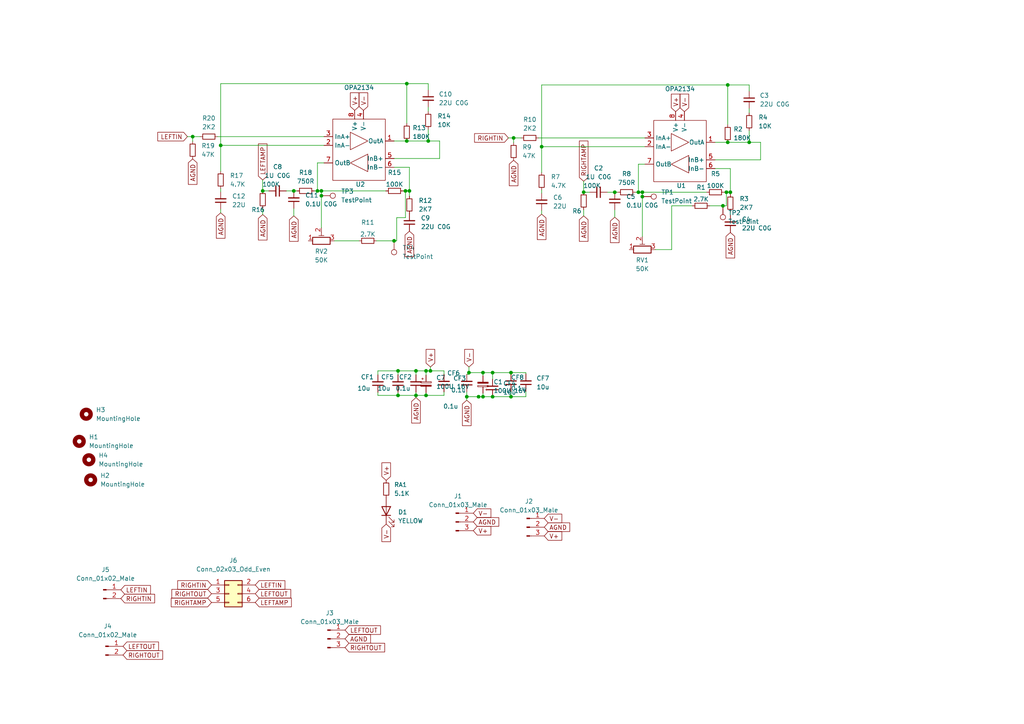
<source format=kicad_sch>
(kicad_sch (version 20230121) (generator eeschema)
  (paper "A4")
  (lib_symbols
    (symbol "Amplifier_Audio:OPA2134"
      (property "Reference" "U" (at 0 -2.54 0))
      (property "Value" "OPA2134" (at 0 0 0))
      (symbol "OPA2134_0_1"
        (rectangle (start -7.62 16.51) (end 7.62 -1.27))
        (polyline (pts (xy -2.54 12.7) (xy -2.54 7.62) (xy 2.54 10.16) (xy -2.54 12.7)))
        (polyline (pts (xy 2.54 6.35) (xy 2.54 1.27) (xy -2.54 3.81) (xy 2.54 6.35)))
      )
      (symbol "OPA2134_1_1"
        (pin output line (at 10.16 10.16 180) (length 2.54) (name "OutA") (number "1"))
        (pin input line (at -10.16 8.89 0) (length 2.54) (name "InA-") (number "2"))
        (pin input line (at -10.16 11.43 0) (length 2.54) (name "InA+") (number "3"))
        (pin input line (at 1.27 19.05 270) (length 2.54) (name "V-") (number "4"))
        (pin input line (at 10.16 5.08 180) (length 2.54) (name "InB+") (number "5"))
        (pin input line (at 10.16 2.54 180) (length 2.54) (name "InB-") (number "6"))
        (pin output line (at -10.16 3.81 0) (length 2.54) (name "OutB") (number "7"))
        (pin input line (at -1.27 19.05 270) (length 2.54) (name "V+") (number "8"))
      )
    )
    (symbol "Connector:Conn_01x02_Male" (pin_names (offset 1.016) hide)
      (property "Reference" "J" (at 0 2.54 0))
      (property "Value" "Conn_01x02_Male" (at 0 -5.08 0))
      (symbol "Conn_01x02_Male_1_1"
        (polyline (pts (xy 1.27 -2.54) (xy 0.8636 -2.54)) (stroke (width 0.1524)))
        (polyline (pts (xy 1.27 0) (xy 0.8636 0)) (stroke (width 0.1524)))
        (rectangle (start 0.8636 -2.413) (end 0 -2.667) (stroke (width 0.1524)) (fill (type outline)))
        (rectangle (start 0.8636 0.127) (end 0 -0.127) (stroke (width 0.1524)) (fill (type outline)))
        (pin passive line (at 5.08 0 180) (length 3.81) (name "Pin_1") (number "1"))
        (pin passive line (at 5.08 -2.54 180) (length 3.81) (name "Pin_2") (number "2"))
      )
    )
    (symbol "Connector:Conn_01x03_Male" (pin_names (offset 1.016) hide)
      (property "Reference" "J" (at 0 5.08 0))
      (property "Value" "Conn_01x03_Male" (at 0 -5.08 0))
      (symbol "Conn_01x03_Male_1_1"
        (polyline (pts (xy 1.27 -2.54) (xy 0.8636 -2.54)) (stroke (width 0.1524)))
        (polyline (pts (xy 1.27 0) (xy 0.8636 0)) (stroke (width 0.1524)))
        (polyline (pts (xy 1.27 2.54) (xy 0.8636 2.54)) (stroke (width 0.1524)))
        (rectangle (start 0.8636 -2.413) (end 0 -2.667) (stroke (width 0.1524)) (fill (type outline)))
        (rectangle (start 0.8636 0.127) (end 0 -0.127) (stroke (width 0.1524)) (fill (type outline)))
        (rectangle (start 0.8636 2.667) (end 0 2.413) (stroke (width 0.1524)) (fill (type outline)))
        (pin passive line (at 5.08 2.54 180) (length 3.81) (name "Pin_1") (number "1"))
        (pin passive line (at 5.08 0 180) (length 3.81) (name "Pin_2") (number "2"))
        (pin passive line (at 5.08 -2.54 180) (length 3.81) (name "Pin_3") (number "3"))
      )
    )
    (symbol "Connector:TestPoint" (pin_numbers hide) (pin_names (offset 0.762) hide)
      (property "Reference" "TP" (at 0 6.858 0))
      (property "Value" "TestPoint" (at 0 5.08 0))
      (symbol "TestPoint_0_1"
        (circle (center 0 3.302) (radius 0.762))
      )
      (symbol "TestPoint_1_1"
        (pin passive line (at 0 0 90) (length 2.54) (name "1") (number "1"))
      )
    )
    (symbol "Connector_Generic:Conn_02x03_Odd_Even" (pin_names (offset 1.016) hide)
      (property "Reference" "J" (at 1.27 5.08 0))
      (property "Value" "Conn_02x03_Odd_Even" (at 1.27 -5.08 0))
      (symbol "Conn_02x03_Odd_Even_1_1"
        (rectangle (start -1.27 -2.413) (end 0 -2.667) (stroke (width 0.1524)))
        (rectangle (start -1.27 0.127) (end 0 -0.127) (stroke (width 0.1524)))
        (rectangle (start -1.27 2.667) (end 0 2.413) (stroke (width 0.1524)))
        (rectangle (start -1.27 3.81) (end 3.81 -3.81) (stroke (width 0.254)) (fill (type background)))
        (rectangle (start 3.81 -2.413) (end 2.54 -2.667) (stroke (width 0.1524)))
        (rectangle (start 3.81 0.127) (end 2.54 -0.127) (stroke (width 0.1524)))
        (rectangle (start 3.81 2.667) (end 2.54 2.413) (stroke (width 0.1524)))
        (pin passive line (at -5.08 2.54 0) (length 3.81) (name "Pin_1") (number "1"))
        (pin passive line (at 7.62 2.54 180) (length 3.81) (name "Pin_2") (number "2"))
        (pin passive line (at -5.08 0 0) (length 3.81) (name "Pin_3") (number "3"))
        (pin passive line (at 7.62 0 180) (length 3.81) (name "Pin_4") (number "4"))
        (pin passive line (at -5.08 -2.54 0) (length 3.81) (name "Pin_5") (number "5"))
        (pin passive line (at 7.62 -2.54 180) (length 3.81) (name "Pin_6") (number "6"))
      )
    )
    (symbol "Device:C_Polarized_Small" (pin_numbers hide) (pin_names (offset 0.254) hide)
      (property "Reference" "C" (at 0.254 1.778 0))
      (property "Value" "C_Polarized_Small" (at 0.254 -2.032 0))
      (symbol "C_Polarized_Small_0_1"
        (rectangle (start -1.524 -0.3048) (end 1.524 -0.6858) (fill (type outline)))
        (rectangle (start -1.524 0.6858) (end 1.524 0.3048))
        (polyline (pts (xy -1.27 1.524) (xy -0.762 1.524)))
        (polyline (pts (xy -1.016 1.27) (xy -1.016 1.778)))
      )
      (symbol "C_Polarized_Small_1_1"
        (pin passive line (at 0 2.54 270) (length 1.8542) (name "~") (number "1"))
        (pin passive line (at 0 -2.54 90) (length 1.8542) (name "~") (number "2"))
      )
    )
    (symbol "Device:C_Small" (pin_numbers hide) (pin_names (offset 0.254) hide)
      (property "Reference" "C" (at 0.254 1.778 0))
      (property "Value" "C_Small" (at 0.254 -2.032 0))
      (symbol "C_Small_0_1"
        (polyline (pts (xy -1.524 -0.508) (xy 1.524 -0.508)) (stroke (width 0.3302)))
        (polyline (pts (xy -1.524 0.508) (xy 1.524 0.508)) (stroke (width 0.3048)))
      )
      (symbol "C_Small_1_1"
        (pin passive line (at 0 2.54 270) (length 2.032) (name "~") (number "1"))
        (pin passive line (at 0 -2.54 90) (length 2.032) (name "~") (number "2"))
      )
    )
    (symbol "Device:LED" (pin_numbers hide) (pin_names (offset 1.016) hide)
      (property "Reference" "D" (at 0 2.54 0))
      (property "Value" "LED" (at 0 -2.54 0))
      (symbol "LED_0_1"
        (polyline (pts (xy -1.27 -1.27) (xy -1.27 1.27)) (stroke (width 0.254)))
        (polyline (pts (xy -1.27 0) (xy 1.27 0)))
        (polyline (pts (xy 1.27 -1.27) (xy 1.27 1.27) (xy -1.27 0) (xy 1.27 -1.27)) (stroke (width 0.254)))
        (polyline (pts (xy -3.048 -0.762) (xy -4.572 -2.286) (xy -3.81 -2.286) (xy -4.572 -2.286) (xy -4.572 -1.524)))
        (polyline (pts (xy -1.778 -0.762) (xy -3.302 -2.286) (xy -2.54 -2.286) (xy -3.302 -2.286) (xy -3.302 -1.524)))
      )
      (symbol "LED_1_1"
        (pin passive line (at -3.81 0 0) (length 2.54) (name "K") (number "1"))
        (pin passive line (at 3.81 0 180) (length 2.54) (name "A") (number "2"))
      )
    )
    (symbol "Device:R_Potentiometer_Trim" (pin_names (offset 1.016) hide)
      (property "Reference" "RV" (at -4.445 0 90))
      (property "Value" "R_Potentiometer_Trim" (at -2.54 0 90))
      (symbol "R_Potentiometer_Trim_0_1"
        (polyline (pts (xy 1.524 0.762) (xy 1.524 -0.762)))
        (polyline (pts (xy 2.54 0) (xy 1.524 0)))
        (rectangle (start 1.016 2.54) (end -1.016 -2.54) (stroke (width 0.254)))
      )
      (symbol "R_Potentiometer_Trim_1_1"
        (pin passive line (at 0 3.81 270) (length 1.27) (name "1") (number "1"))
        (pin passive line (at 3.81 0 180) (length 1.27) (name "2") (number "2"))
        (pin passive line (at 0 -3.81 90) (length 1.27) (name "3") (number "3"))
      )
    )
    (symbol "Device:R_Small" (pin_numbers hide) (pin_names (offset 0.254) hide)
      (property "Reference" "R" (at 0.762 0.508 0))
      (property "Value" "R_Small" (at 0.762 -1.016 0))
      (symbol "R_Small_0_1"
        (rectangle (start -0.762 1.778) (end 0.762 -1.778) (stroke (width 0.2032)))
      )
      (symbol "R_Small_1_1"
        (pin passive line (at 0 2.54 270) (length 0.762) (name "~") (number "1"))
        (pin passive line (at 0 -2.54 90) (length 0.762) (name "~") (number "2"))
      )
    )
    (symbol "Mechanical:MountingHole" (pin_names (offset 1.016))
      (property "Reference" "H" (at 0 5.08 0))
      (property "Value" "MountingHole" (at 0 3.175 0))
      (symbol "MountingHole_0_1"
        (circle (center 0 0) (radius 1.27) (stroke (width 1.27)))
      )
    )
  )
  (junction (at 92.075 55.372))
  (junction (at 178.308 55.753))
  (junction (at 117.602 55.372))
  (junction (at 186.309 57.023))
  (junction (at 115.443 107.569))
  (junction (at 185.166 55.753))
  (junction (at 211.074 24.638))
  (junction (at 123.571 114.681))
  (junction (at 123.571 107.569))
  (junction (at 148.209 108.077))
  (junction (at 157.099 42.545))
  (junction (at 124.206 40.894))
  (junction (at 142.875 115.062))
  (junction (at 118.745 55.372))
  (junction (at 93.218 55.372))
  (junction (at 186.309 55.753))
  (junction (at 210.693 55.753))
  (junction (at 211.074 41.275))
  (junction (at 135.382 115.062))
  (junction (at 136.017 108.077))
  (junction (at 64.008 42.164))
  (junction (at 117.983 24.257))
  (junction (at 76.2 55.372))
  (junction (at 209.677 59.69))
  (junction (at 140.081 115.062))
  (junction (at 211.836 55.753))
  (junction (at 93.218 56.769))
  (junction (at 124.841 107.569))
  (junction (at 120.65 107.569))
  (junction (at 55.88 39.624))
  (junction (at 148.971 40.005))
  (junction (at 115.443 114.681))
  (junction (at 117.983 40.894))
  (junction (at 114.3 69.85))
  (junction (at 142.875 108.077))
  (junction (at 120.65 114.681))
  (junction (at 169.291 55.753))
  (junction (at 85.217 55.372))
  (junction (at 140.081 108.077))
  (junction (at 217.297 41.275))
  (junction (at 138.811 115.062))
  (junction (at 148.209 115.062))
  (wire (pts (xy 124.206 32.385) (xy 124.206 31.115)))
  (wire (pts (xy 117.602 55.372) (xy 118.745 55.372)))
  (wire (pts (xy 118.745 48.514) (xy 118.745 55.372)))
  (wire (pts (xy 92.075 47.244) (xy 93.98 47.244)))
  (wire (pts (xy 157.099 56.007) (xy 157.099 55.118)))
  (wire (pts (xy 178.308 62.992) (xy 178.308 60.833)))
  (wire (pts (xy 117.983 24.257) (xy 117.983 35.814)))
  (wire (pts (xy 118.745 55.372) (xy 118.745 56.896)))
  (wire (pts (xy 152.527 108.077) (xy 148.209 108.077)))
  (wire (pts (xy 185.166 55.753) (xy 185.166 47.625)))
  (wire (pts (xy 186.309 55.753) (xy 185.166 55.753)))
  (wire (pts (xy 115.062 69.85) (xy 114.3 69.85)))
  (wire (pts (xy 115.443 114.681) (xy 120.65 114.681)))
  (wire (pts (xy 136.017 108.077) (xy 140.081 108.077)))
  (wire (pts (xy 76.2 62.23) (xy 76.2 60.452)))
  (wire (pts (xy 93.218 55.372) (xy 111.887 55.372)))
  (wire (pts (xy 211.074 24.638) (xy 211.074 36.195)))
  (wire (pts (xy 114.3 45.974) (xy 127.508 45.974)))
  (wire (pts (xy 123.571 108.839) (xy 123.571 107.569)))
  (wire (pts (xy 123.571 113.919) (xy 123.571 114.681)))
  (wire (pts (xy 115.443 108.712) (xy 115.443 107.569)))
  (wire (pts (xy 185.166 47.625) (xy 187.071 47.625)))
  (wire (pts (xy 184.277 55.753) (xy 185.166 55.753)))
  (wire (pts (xy 123.571 114.681) (xy 128.778 114.681)))
  (wire (pts (xy 128.778 108.585) (xy 128.778 107.569)))
  (wire (pts (xy 140.081 114.046) (xy 140.081 115.062)))
  (wire (pts (xy 148.971 41.402) (xy 148.971 40.005)))
  (wire (pts (xy 186.309 57.023) (xy 186.309 55.753)))
  (wire (pts (xy 217.297 24.638) (xy 211.074 24.638)))
  (wire (pts (xy 169.291 62.611) (xy 169.291 60.833)))
  (wire (pts (xy 93.218 55.372) (xy 92.075 55.372)))
  (wire (pts (xy 114.3 48.514) (xy 118.745 48.514)))
  (wire (pts (xy 148.971 40.005) (xy 151.13 40.005)))
  (wire (pts (xy 127.508 40.894) (xy 127.508 45.974)))
  (wire (pts (xy 211.836 62.357) (xy 211.836 61.468)))
  (wire (pts (xy 152.527 115.062) (xy 148.209 115.062)))
  (wire (pts (xy 157.099 24.638) (xy 211.074 24.638)))
  (wire (pts (xy 117.602 55.372) (xy 117.602 63.119)))
  (wire (pts (xy 148.209 108.077) (xy 142.875 108.077)))
  (wire (pts (xy 109.601 107.569) (xy 115.443 107.569)))
  (wire (pts (xy 140.081 115.062) (xy 142.875 115.062)))
  (wire (pts (xy 83.058 55.372) (xy 85.217 55.372)))
  (wire (pts (xy 64.008 61.722) (xy 64.008 60.706)))
  (wire (pts (xy 124.841 107.569) (xy 123.571 107.569)))
  (wire (pts (xy 120.65 107.569) (xy 120.65 108.712)))
  (wire (pts (xy 109.601 114.681) (xy 115.443 114.681)))
  (wire (pts (xy 64.008 24.257) (xy 117.983 24.257)))
  (wire (pts (xy 207.391 46.355) (xy 220.599 46.355)))
  (wire (pts (xy 217.297 41.275) (xy 220.599 41.275)))
  (wire (pts (xy 63.119 39.624) (xy 93.98 39.624)))
  (wire (pts (xy 64.008 42.164) (xy 93.98 42.164)))
  (wire (pts (xy 157.099 42.545) (xy 187.071 42.545)))
  (wire (pts (xy 136.017 106.426) (xy 136.017 108.077)))
  (wire (pts (xy 138.684 114.935) (xy 138.811 115.062)))
  (wire (pts (xy 76.2 52.197) (xy 76.2 55.372)))
  (wire (pts (xy 91.186 55.372) (xy 92.075 55.372)))
  (wire (pts (xy 124.206 24.257) (xy 117.983 24.257)))
  (wire (pts (xy 124.206 37.465) (xy 124.206 40.894)))
  (wire (pts (xy 211.836 55.753) (xy 211.836 56.388)))
  (wire (pts (xy 178.308 55.753) (xy 179.197 55.753)))
  (wire (pts (xy 109.601 113.792) (xy 109.601 114.681)))
  (wire (pts (xy 109.601 108.712) (xy 109.601 107.569)))
  (wire (pts (xy 157.099 42.545) (xy 157.099 50.038)))
  (wire (pts (xy 117.983 40.894) (xy 124.206 40.894)))
  (wire (pts (xy 211.074 41.275) (xy 217.297 41.275)))
  (wire (pts (xy 136.017 108.585) (xy 135.382 108.585)))
  (wire (pts (xy 128.778 107.569) (xy 124.841 107.569)))
  (wire (pts (xy 85.217 62.611) (xy 85.217 60.452)))
  (wire (pts (xy 124.206 26.035) (xy 124.206 24.257)))
  (wire (pts (xy 156.21 40.005) (xy 187.071 40.005)))
  (wire (pts (xy 140.081 108.966) (xy 140.081 108.077)))
  (wire (pts (xy 115.062 63.119) (xy 115.062 69.85)))
  (wire (pts (xy 194.818 59.69) (xy 194.818 72.39)))
  (wire (pts (xy 93.218 56.769) (xy 93.218 66.04)))
  (wire (pts (xy 186.309 57.023) (xy 186.309 68.58)))
  (wire (pts (xy 124.206 40.894) (xy 127.508 40.894)))
  (wire (pts (xy 92.075 55.372) (xy 92.075 47.244)))
  (wire (pts (xy 157.099 62.103) (xy 157.099 61.087)))
  (wire (pts (xy 114.3 69.85) (xy 109.22 69.85)))
  (wire (pts (xy 135.382 113.665) (xy 135.382 115.062)))
  (wire (pts (xy 140.081 108.077) (xy 142.875 108.077)))
  (wire (pts (xy 148.209 108.458) (xy 148.209 108.077)))
  (wire (pts (xy 186.309 55.753) (xy 204.978 55.753)))
  (wire (pts (xy 104.14 69.85) (xy 97.028 69.85)))
  (wire (pts (xy 210.693 55.753) (xy 211.836 55.753)))
  (wire (pts (xy 64.008 42.164) (xy 64.008 49.657)))
  (wire (pts (xy 120.65 114.681) (xy 123.571 114.681)))
  (wire (pts (xy 194.818 72.39) (xy 190.119 72.39)))
  (wire (pts (xy 147.447 40.005) (xy 148.971 40.005)))
  (wire (pts (xy 220.599 41.275) (xy 220.599 46.355)))
  (wire (pts (xy 55.88 41.021) (xy 55.88 39.624)))
  (wire (pts (xy 210.693 55.753) (xy 210.693 59.69)))
  (wire (pts (xy 169.291 55.753) (xy 171.069 55.753)))
  (wire (pts (xy 217.297 26.416) (xy 217.297 24.638)))
  (wire (pts (xy 55.88 39.624) (xy 58.039 39.624)))
  (wire (pts (xy 117.602 63.119) (xy 115.062 63.119)))
  (wire (pts (xy 115.443 113.792) (xy 115.443 114.681)))
  (wire (pts (xy 114.3 40.894) (xy 117.983 40.894)))
  (wire (pts (xy 124.841 106.426) (xy 124.841 107.569)))
  (wire (pts (xy 217.297 37.846) (xy 217.297 41.275)))
  (wire (pts (xy 54.356 39.624) (xy 55.88 39.624)))
  (wire (pts (xy 152.527 108.458) (xy 152.527 108.077)))
  (wire (pts (xy 205.867 59.69) (xy 209.677 59.69)))
  (wire (pts (xy 116.967 55.372) (xy 117.602 55.372)))
  (wire (pts (xy 120.65 114.681) (xy 120.65 115.316)))
  (wire (pts (xy 64.008 42.164) (xy 64.008 24.257)))
  (wire (pts (xy 148.209 113.538) (xy 148.209 115.062)))
  (wire (pts (xy 169.291 52.578) (xy 169.291 55.753)))
  (wire (pts (xy 93.218 56.769) (xy 93.218 55.372)))
  (wire (pts (xy 152.527 113.538) (xy 152.527 115.062)))
  (wire (pts (xy 64.008 55.626) (xy 64.008 54.737)))
  (wire (pts (xy 210.693 59.69) (xy 209.677 59.69)))
  (wire (pts (xy 136.017 108.077) (xy 136.017 108.585)))
  (wire (pts (xy 210.058 55.753) (xy 210.693 55.753)))
  (wire (pts (xy 157.099 42.545) (xy 157.099 24.638)))
  (wire (pts (xy 128.778 113.665) (xy 128.778 114.681)))
  (wire (pts (xy 207.391 48.895) (xy 211.836 48.895)))
  (wire (pts (xy 142.875 109.982) (xy 142.875 108.077)))
  (wire (pts (xy 138.811 115.062) (xy 140.081 115.062)))
  (wire (pts (xy 148.209 115.062) (xy 142.875 115.062)))
  (wire (pts (xy 123.571 107.569) (xy 120.65 107.569)))
  (wire (pts (xy 217.297 32.766) (xy 217.297 31.496)))
  (wire (pts (xy 194.818 59.69) (xy 200.787 59.69)))
  (wire (pts (xy 176.149 55.753) (xy 178.308 55.753)))
  (wire (pts (xy 120.65 113.792) (xy 120.65 114.681)))
  (wire (pts (xy 135.382 115.062) (xy 138.811 115.062)))
  (wire (pts (xy 211.836 48.895) (xy 211.836 55.753)))
  (wire (pts (xy 76.2 55.372) (xy 77.978 55.372)))
  (wire (pts (xy 115.443 107.569) (xy 120.65 107.569)))
  (wire (pts (xy 135.382 115.062) (xy 135.382 116.078)))
  (wire (pts (xy 85.217 55.372) (xy 86.106 55.372)))
  (wire (pts (xy 207.391 41.275) (xy 211.074 41.275)))
  (global_label "AGND" (shape input) (at 118.745 67.056 270) (property "Intersheetrefs" "${INTERSHEET_REFS}" (effects hide)))
  (global_label "LEFTIN" (shape input) (at 74.041 169.672 0) (property "Intersheetrefs" "${INTERSHEET_REFS}" (effects hide)))
  (global_label "RIGHTOUT" (shape input) (at 35.687 189.992 0) (property "Intersheetrefs" "${INTERSHEET_REFS}" (effects hide)))
  (global_label "LEFTIN" (shape input) (at 54.356 39.624 180) (property "Intersheetrefs" "${INTERSHEET_REFS}" (effects hide)))
  (global_label "RIGHTAMP" (shape input) (at 61.341 174.752 180) (property "Intersheetrefs" "${INTERSHEET_REFS}" (effects hide)))
  (global_label "LEFTOUT" (shape input) (at 74.041 172.212 0) (property "Intersheetrefs" "${INTERSHEET_REFS}" (effects hide)))
  (global_label "AGND" (shape input) (at 55.88 46.101 270) (property "Intersheetrefs" "${INTERSHEET_REFS}" (effects hide)))
  (global_label "LEFTAMP" (shape input) (at 74.041 174.752 0) (property "Intersheetrefs" "${INTERSHEET_REFS}" (effects hide)))
  (global_label "AGND" (shape input) (at 157.861 152.908 0) (property "Intersheetrefs" "${INTERSHEET_REFS}" (effects hide)))
  (global_label "V-" (shape input) (at 105.41 32.004 90) (property "Intersheetrefs" "${INTERSHEET_REFS}" (effects hide)))
  (global_label "AGND" (shape input) (at 169.291 62.611 270) (property "Intersheetrefs" "${INTERSHEET_REFS}" (effects hide)))
  (global_label "AGND" (shape input) (at 178.308 62.992 270) (property "Intersheetrefs" "${INTERSHEET_REFS}" (effects hide)))
  (global_label "AGND" (shape input) (at 76.2 62.23 270) (property "Intersheetrefs" "${INTERSHEET_REFS}" (effects hide)))
  (global_label "AGND" (shape input) (at 85.217 62.611 270) (property "Intersheetrefs" "${INTERSHEET_REFS}" (effects hide)))
  (global_label "AGND" (shape input) (at 120.65 115.316 270) (property "Intersheetrefs" "${INTERSHEET_REFS}" (effects hide)))
  (global_label "LEFTAMP" (shape input) (at 76.2 52.197 90) (property "Intersheetrefs" "${INTERSHEET_REFS}" (effects hide)))
  (global_label "RIGHTIN" (shape input) (at 61.341 169.672 180) (property "Intersheetrefs" "${INTERSHEET_REFS}" (effects hide)))
  (global_label "V-" (shape input) (at 112.014 152.019 270) (property "Intersheetrefs" "${INTERSHEET_REFS}" (effects hide)))
  (global_label "V-" (shape input) (at 157.861 150.368 0) (property "Intersheetrefs" "${INTERSHEET_REFS}" (effects hide)))
  (global_label "AGND" (shape input) (at 64.008 61.722 270) (property "Intersheetrefs" "${INTERSHEET_REFS}" (effects hide)))
  (global_label "V-" (shape input) (at 136.017 106.426 90) (property "Intersheetrefs" "${INTERSHEET_REFS}" (effects hide)))
  (global_label "V+" (shape input) (at 137.287 153.924 0) (property "Intersheetrefs" "${INTERSHEET_REFS}" (effects hide)))
  (global_label "AGND" (shape input) (at 157.099 62.103 270) (property "Intersheetrefs" "${INTERSHEET_REFS}" (effects hide)))
  (global_label "RIGHTOUT" (shape input) (at 100.076 187.833 0) (property "Intersheetrefs" "${INTERSHEET_REFS}" (effects hide)))
  (global_label "V+" (shape input) (at 157.861 155.448 0) (property "Intersheetrefs" "${INTERSHEET_REFS}" (effects hide)))
  (global_label "LEFTIN" (shape input) (at 35.052 171.069 0) (property "Intersheetrefs" "${INTERSHEET_REFS}" (effects hide)))
  (global_label "RIGHTIN" (shape input) (at 147.447 40.005 180) (property "Intersheetrefs" "${INTERSHEET_REFS}" (effects hide)))
  (global_label "RIGHTIN" (shape input) (at 35.052 173.609 0) (property "Intersheetrefs" "${INTERSHEET_REFS}" (effects hide)))
  (global_label "V-" (shape input) (at 198.501 32.385 90) (property "Intersheetrefs" "${INTERSHEET_REFS}" (effects hide)))
  (global_label "RIGHTOUT" (shape input) (at 61.341 172.212 180) (property "Intersheetrefs" "${INTERSHEET_REFS}" (effects hide)))
  (global_label "V-" (shape input) (at 137.287 148.844 0) (property "Intersheetrefs" "${INTERSHEET_REFS}" (effects hide)))
  (global_label "V+" (shape input) (at 195.961 32.385 90) (property "Intersheetrefs" "${INTERSHEET_REFS}" (effects hide)))
  (global_label "V+" (shape input) (at 112.014 139.319 90) (property "Intersheetrefs" "${INTERSHEET_REFS}" (effects hide)))
  (global_label "AGND" (shape input) (at 135.382 116.078 270) (property "Intersheetrefs" "${INTERSHEET_REFS}" (effects hide)))
  (global_label "LEFTOUT" (shape input) (at 35.687 187.452 0) (property "Intersheetrefs" "${INTERSHEET_REFS}" (effects hide)))
  (global_label "AGND" (shape input) (at 100.076 185.293 0) (property "Intersheetrefs" "${INTERSHEET_REFS}" (effects hide)))
  (global_label "LEFTOUT" (shape input) (at 100.076 182.753 0) (property "Intersheetrefs" "${INTERSHEET_REFS}" (effects hide)))
  (global_label "V+" (shape input) (at 124.841 106.426 90) (property "Intersheetrefs" "${INTERSHEET_REFS}" (effects hide)))
  (global_label "AGND" (shape input) (at 137.287 151.384 0) (property "Intersheetrefs" "${INTERSHEET_REFS}" (effects hide)))
  (global_label "AGND" (shape input) (at 148.971 46.482 270) (property "Intersheetrefs" "${INTERSHEET_REFS}" (effects hide)))
  (global_label "V+" (shape input) (at 102.87 32.004 90) (property "Intersheetrefs" "${INTERSHEET_REFS}" (effects hide)))
  (global_label "RIGHTAMP" (shape input) (at 169.291 52.578 90) (property "Intersheetrefs" "${INTERSHEET_REFS}" (effects hide)))
  (global_label "AGND" (shape input) (at 211.836 67.437 270) (property "Intersheetrefs" "${INTERSHEET_REFS}" (effects hide)))
  (symbol (lib_id "Device:R_Small") (at 203.327 59.69 90) (unit 1)
    (property "Reference" "R1" (at 203.327 54.356 90))
    (property "Value" "2.7K" (at 203.327 57.785 90))
    (property "Footprint" "Resistor_SMD:R_0805_2012Metric_Pad1.20x1.40mm_HandSolder" (effects hide))
  )
  (symbol (lib_id "Device:R_Small") (at 211.836 58.928 180) (unit 1)
    (property "Reference" "R3" (at 214.503 57.6579 0) (effects (justify right)))
    (property "Value" "2K7" (at 214.503 60.1979 0) (effects (justify right)))
    (property "Footprint" "Resistor_SMD:R_0805_2012Metric_Pad1.20x1.40mm_HandSolder" (effects hide))
  )
  (symbol (lib_id "Connector:Conn_01x03_Male") (at 132.207 151.384 0) (unit 1)
    (property "Reference" "J1" (at 132.842 143.891 0))
    (property "Value" "Conn_01x03_Male" (at 132.842 146.431 0))
    (property "Footprint" "Connector_JST:JST_PH_B3B-PH-K_1x03_P2.00mm_Vertical" (effects hide))
  )
  (symbol (lib_id "Device:C_Polarized_Small") (at 123.571 111.379 0) (unit 1)
    (property "Reference" "C7" (at 126.492 109.5628 0) (effects (justify left)))
    (property "Value" "100U 16V" (at 126.492 112.1028 0) (effects (justify left)))
    (property "Footprint" "Capacitor_THT:CP_Radial_D6.3mm_P2.50mm" (effects hide))
  )
  (symbol (lib_id "Device:R_Small") (at 148.971 43.942 180) (unit 1)
    (property "Reference" "R9" (at 151.511 42.6719 0) (effects (justify right)))
    (property "Value" "47K" (at 151.511 45.2119 0) (effects (justify right)))
    (property "Footprint" "Resistor_SMD:R_0805_2012Metric_Pad1.20x1.40mm_HandSolder" (effects hide))
  )
  (symbol (lib_id "Mechanical:MountingHole") (at 22.987 128.016 0) (unit 1)
    (property "Reference" "H1" (at 25.781 126.7459 0) (effects (justify left)))
    (property "Value" "MountingHole" (at 25.781 129.2859 0) (effects (justify left)))
    (property "Footprint" "MountingHole:MountingHole_3.2mm_M3" (effects hide))
  )
  (symbol (lib_id "Device:R_Small") (at 60.579 39.624 90) (unit 1)
    (property "Reference" "R20" (at 60.579 34.29 90))
    (property "Value" "2K2" (at 60.579 36.83 90))
    (property "Footprint" "Resistor_SMD:R_0805_2012Metric_Pad1.20x1.40mm_HandSolder" (effects hide))
  )
  (symbol (lib_id "Device:C_Polarized_Small") (at 140.081 111.506 180) (unit 1)
    (property "Reference" "C1" (at 143.129 110.782 0) (effects (justify right)))
    (property "Value" "100U 16V" (at 143.129 113.322 0) (effects (justify right)))
    (property "Footprint" "Capacitor_THT:CP_Radial_D6.3mm_P2.50mm" (effects hide))
  )
  (symbol (lib_id "Connector:TestPoint") (at 93.218 56.769 270) (unit 1)
    (property "Reference" "TP3" (at 98.933 55.4989 90) (effects (justify left)))
    (property "Value" "TestPoint" (at 98.933 58.0389 90) (effects (justify left)))
    (property "Footprint" "TestPoint:TestPoint_THTPad_1.5x1.5mm_Drill0.7mm" (effects hide))
  )
  (symbol (lib_id "Device:R_Small") (at 55.88 43.561 180) (unit 1)
    (property "Reference" "R19" (at 58.42 42.2909 0) (effects (justify right)))
    (property "Value" "47K" (at 58.42 44.8309 0) (effects (justify right)))
    (property "Footprint" "Resistor_SMD:R_0805_2012Metric_Pad1.20x1.40mm_HandSolder" (effects hide))
  )
  (symbol (lib_id "Device:C_Small") (at 217.297 28.956 0) (unit 1)
    (property "Reference" "C3" (at 220.345 27.6922 0) (effects (justify left)))
    (property "Value" "22U C0G" (at 220.345 30.2322 0) (effects (justify left)))
    (property "Footprint" "Capacitor_THT:CP_Radial_D5.0mm_P2.00mm" (effects hide))
  )
  (symbol (lib_id "Device:R_Small") (at 64.008 52.197 180) (unit 1)
    (property "Reference" "R17" (at 66.675 50.9269 0) (effects (justify right)))
    (property "Value" "4.7K" (at 66.675 53.4669 0) (effects (justify right)))
    (property "Footprint" "Resistor_SMD:R_0805_2012Metric_Pad1.20x1.40mm_HandSolder" (effects hide))
  )
  (symbol (lib_id "Device:R_Small") (at 124.206 34.925 180) (unit 1)
    (property "Reference" "R14" (at 126.873 33.6549 0) (effects (justify right)))
    (property "Value" "10K" (at 126.873 36.1949 0) (effects (justify right)))
    (property "Footprint" "Resistor_SMD:R_0805_2012Metric_Pad1.20x1.40mm_HandSolder" (effects hide))
  )
  (symbol (lib_id "Connector:Conn_01x02_Male") (at 29.972 171.069 0) (unit 1)
    (property "Reference" "J5" (at 30.607 165.227 0))
    (property "Value" "Conn_01x02_Male" (at 30.607 167.767 0))
    (property "Footprint" "Connector_JST:JST_PH_B2B-PH-K_1x02_P2.00mm_Vertical" (effects hide))
  )
  (symbol (lib_id "Device:R_Small") (at 211.074 38.735 0) (unit 1)
    (property "Reference" "R2" (at 212.725 37.4649 0) (effects (justify left)))
    (property "Value" "180K" (at 212.725 40.0049 0) (effects (justify left)))
    (property "Footprint" "Resistor_SMD:R_0805_2012Metric_Pad1.20x1.40mm_HandSolder" (effects hide))
  )
  (symbol (lib_id "Device:R_Small") (at 114.427 55.372 90) (unit 1)
    (property "Reference" "R15" (at 114.427 50.038 90))
    (property "Value" "100K" (at 114.427 53.467 90))
    (property "Footprint" "Resistor_SMD:R_0805_2012Metric_Pad1.20x1.40mm_HandSolder" (effects hide))
  )
  (symbol (lib_id "Device:C_Small") (at 80.518 55.372 270) (unit 1)
    (property "Reference" "C8" (at 80.5116 48.387 90))
    (property "Value" "1U C0G" (at 80.5116 50.927 90))
    (property "Footprint" "Capacitor_THT:CP_Radial_D5.0mm_P2.00mm" (effects hide))
  )
  (symbol (lib_id "Device:R_Small") (at 106.68 69.85 90) (unit 1)
    (property "Reference" "R11" (at 106.68 64.516 90))
    (property "Value" "2.7K" (at 106.68 67.945 90))
    (property "Footprint" "Resistor_SMD:R_0805_2012Metric_Pad1.20x1.40mm_HandSolder" (effects hide))
  )
  (symbol (lib_id "Mechanical:MountingHole") (at 26.289 139.192 0) (unit 1)
    (property "Reference" "H2" (at 29.083 137.9219 0) (effects (justify left)))
    (property "Value" "MountingHole" (at 29.083 140.4619 0) (effects (justify left)))
    (property "Footprint" "MountingHole:MountingHole_3.2mm_M3" (effects hide))
  )
  (symbol (lib_id "Device:R_Small") (at 112.014 141.859 180) (unit 1)
    (property "Reference" "RA1" (at 114.3 140.5889 0) (effects (justify right)))
    (property "Value" "5.1K" (at 114.3 143.1289 0) (effects (justify right)))
    (property "Footprint" "Resistor_SMD:R_0603_1608Metric" (effects hide))
  )
  (symbol (lib_id "Device:C_Small") (at 178.308 58.293 180) (unit 1)
    (property "Reference" "C5" (at 181.61 57.0165 0) (effects (justify right)))
    (property "Value" "0.1U C0G" (at 181.61 59.5565 0) (effects (justify right)))
    (property "Footprint" "Capacitor_SMD:C_1206_3216Metric_Pad1.33x1.80mm_HandSolder" (effects hide))
  )
  (symbol (lib_id "Device:R_Small") (at 153.67 40.005 90) (unit 1)
    (property "Reference" "R10" (at 153.67 34.671 90))
    (property "Value" "2K2" (at 153.67 37.211 90))
    (property "Footprint" "Resistor_SMD:R_0805_2012Metric_Pad1.20x1.40mm_HandSolder" (effects hide))
  )
  (symbol (lib_id "Device:LED") (at 112.014 148.209 90) (unit 1)
    (property "Reference" "D1" (at 115.443 148.5264 90) (effects (justify right)))
    (property "Value" "YELLOW" (at 115.443 151.0664 90) (effects (justify right)))
    (property "Footprint" "LED_SMD:LED_0805_2012Metric_Pad1.15x1.40mm_HandSolder" (effects hide))
  )
  (symbol (lib_id "Device:C_Small") (at 173.609 55.753 270) (unit 1)
    (property "Reference" "C2" (at 173.6026 48.768 90))
    (property "Value" "1U C0G" (at 173.6026 51.308 90))
    (property "Footprint" "Capacitor_THT:CP_Radial_D5.0mm_P2.00mm" (effects hide))
  )
  (symbol (lib_id "Device:R_Potentiometer_Trim") (at 93.218 69.85 90) (unit 1)
    (property "Reference" "RV2" (at 93.218 72.898 90))
    (property "Value" "50K" (at 93.218 75.438 90))
    (property "Footprint" "Potentiometer_THT:Potentiometer_Bourns_3296W_Vertical" (effects hide))
  )
  (symbol (lib_id "Device:R_Potentiometer_Trim") (at 186.309 72.39 90) (unit 1)
    (property "Reference" "RV1" (at 186.309 75.438 90))
    (property "Value" "50K" (at 186.309 77.978 90))
    (property "Footprint" "Potentiometer_THT:Potentiometer_Bourns_3296W_Vertical" (effects hide))
  )
  (symbol (lib_id "Device:C_Small") (at 109.601 111.252 180) (unit 1)
    (property "Reference" "CF1" (at 104.648 109.347 0) (effects (justify right)))
    (property "Value" "10u" (at 103.632 112.649 0) (effects (justify right)))
    (property "Footprint" "Capacitor_SMD:C_1206_3216Metric_Pad1.33x1.80mm_HandSolder" (effects hide))
  )
  (symbol (lib_id "Device:R_Small") (at 118.745 59.436 180) (unit 1)
    (property "Reference" "R12" (at 121.412 58.1659 0) (effects (justify right)))
    (property "Value" "2K7" (at 121.412 60.7059 0) (effects (justify right)))
    (property "Footprint" "Resistor_SMD:R_0805_2012Metric_Pad1.20x1.40mm_HandSolder" (effects hide))
  )
  (symbol (lib_id "Mechanical:MountingHole") (at 25.781 133.35 0) (unit 1)
    (property "Reference" "H4" (at 28.575 132.0799 0) (effects (justify left)))
    (property "Value" "MountingHole" (at 28.575 134.6199 0) (effects (justify left)))
    (property "Footprint" "MountingHole:MountingHole_3.2mm_M3" (effects hide))
  )
  (symbol (lib_id "Device:C_Small") (at 211.836 64.897 180) (unit 1)
    (property "Reference" "C4" (at 215.138 63.6205 0) (effects (justify right)))
    (property "Value" "22U C0G" (at 215.138 66.1605 0) (effects (justify right)))
    (property "Footprint" "Capacitor_THT:CP_Radial_D5.0mm_P2.00mm" (effects hide))
  )
  (symbol (lib_id "Mechanical:MountingHole") (at 25.019 120.142 0) (unit 1)
    (property "Reference" "H3" (at 27.813 118.8719 0) (effects (justify left)))
    (property "Value" "MountingHole" (at 27.813 121.4119 0) (effects (justify left)))
    (property "Footprint" "MountingHole:MountingHole_3.2mm_M3" (effects hide))
  )
  (symbol (lib_id "Device:R_Small") (at 169.291 58.293 180) (unit 1)
    (property "Reference" "R6" (at 165.989 61.214 0) (effects (justify right)))
    (property "Value" "100K" (at 169.164 53.848 0) (effects (justify right)))
    (property "Footprint" "Resistor_SMD:R_0805_2012Metric_Pad1.20x1.40mm_HandSolder" (effects hide))
  )
  (symbol (lib_id "Amplifier_Audio:OPA2134") (at 197.231 51.435 0) (unit 1)
    (property "Reference" "U1" (at 197.612 53.848 0))
    (property "Value" "OPA2134" (at 197.231 25.781 0))
    (property "Footprint" "Package_DIP:DIP-8_W7.62mm_Socket" (effects hide))
  )
  (symbol (lib_id "Device:R_Small") (at 88.646 55.372 90) (unit 1)
    (property "Reference" "R18" (at 88.646 50.038 90))
    (property "Value" "750R" (at 88.646 52.578 90))
    (property "Footprint" "Resistor_SMD:R_0805_2012Metric_Pad1.20x1.40mm_HandSolder" (effects hide))
  )
  (symbol (lib_id "Device:C_Small") (at 152.527 110.998 180) (unit 1)
    (property "Reference" "CF7" (at 155.575 109.7215 0) (effects (justify right)))
    (property "Value" "10u" (at 155.575 112.2615 0) (effects (justify right)))
    (property "Footprint" "Capacitor_SMD:C_1206_3216Metric_Pad1.33x1.80mm_HandSolder" (effects hide))
  )
  (symbol (lib_id "Connector_Generic:Conn_02x03_Odd_Even") (at 66.421 172.212 0) (unit 1)
    (property "Reference" "J6" (at 67.691 162.56 0))
    (property "Value" "Conn_02x03_Odd_Even" (at 67.691 165.1 0))
    (property "Footprint" "Connector_PinHeader_2.54mm:PinHeader_2x03_P2.54mm_Vertical" (effects hide))
  )
  (symbol (lib_id "Device:R_Small") (at 157.099 52.578 180) (unit 1)
    (property "Reference" "R7" (at 159.766 51.3079 0) (effects (justify right)))
    (property "Value" "4.7K" (at 159.766 53.8479 0) (effects (justify right)))
    (property "Footprint" "Resistor_SMD:R_0805_2012Metric_Pad1.20x1.40mm_HandSolder" (effects hide))
  )
  (symbol (lib_id "Device:C_Small") (at 120.65 111.252 180) (unit 1)
    (property "Reference" "CF2" (at 115.697 109.347 0) (effects (justify right)))
    (property "Value" "0.1u" (at 114.681 112.649 0) (effects (justify right)))
    (property "Footprint" "Capacitor_SMD:C_0805_2012Metric_Pad1.18x1.45mm_HandSolder" (effects hide))
  )
  (symbol (lib_id "Device:C_Small") (at 148.209 110.998 180) (unit 1)
    (property "Reference" "CF8" (at 148.209 109.474 0) (effects (justify right)))
    (property "Value" "0.1u" (at 148.209 112.649 0) (effects (justify right)))
    (property "Footprint" "Capacitor_SMD:C_0805_2012Metric_Pad1.18x1.45mm_HandSolder" (effects hide))
  )
  (symbol (lib_id "Connector:TestPoint") (at 114.3 69.85 180) (unit 1)
    (property "Reference" "TP4" (at 116.713 71.8819 0) (effects (justify right)))
    (property "Value" "TestPoint" (at 116.713 74.4219 0) (effects (justify right)))
    (property "Footprint" "TestPoint:TestPoint_THTPad_1.5x1.5mm_Drill0.7mm" (effects hide))
  )
  (symbol (lib_id "Device:C_Small") (at 157.099 58.547 180) (unit 1)
    (property "Reference" "C6" (at 160.401 57.2705 0) (effects (justify right)))
    (property "Value" "22U" (at 160.401 59.8105 0) (effects (justify right)))
    (property "Footprint" "Capacitor_THT:CP_Radial_D5.0mm_P2.00mm" (effects hide))
  )
  (symbol (lib_id "Device:C_Small") (at 118.745 64.516 180) (unit 1)
    (property "Reference" "C9" (at 122.047 63.2395 0) (effects (justify right)))
    (property "Value" "22U C0G" (at 122.047 65.7795 0) (effects (justify right)))
    (property "Footprint" "Capacitor_THT:CP_Radial_D5.0mm_P2.00mm" (effects hide))
  )
  (symbol (lib_id "Device:R_Small") (at 117.983 38.354 0) (unit 1)
    (property "Reference" "R13" (at 119.634 37.0839 0) (effects (justify left)))
    (property "Value" "180K" (at 119.634 39.6239 0) (effects (justify left)))
    (property "Footprint" "Resistor_SMD:R_0805_2012Metric_Pad1.20x1.40mm_HandSolder" (effects hide))
  )
  (symbol (lib_id "Device:C_Small") (at 128.778 111.125 180) (unit 1)
    (property "Reference" "CF6" (at 129.667 108.204 0) (effects (justify right)))
    (property "Value" "0.1u" (at 128.524 117.856 0) (effects (justify right)))
    (property "Footprint" "Capacitor_SMD:C_0805_2012Metric_Pad1.18x1.45mm_HandSolder" (effects hide))
  )
  (symbol (lib_id "Device:R_Small") (at 76.2 57.912 180) (unit 1)
    (property "Reference" "R16" (at 72.898 60.833 0) (effects (justify right)))
    (property "Value" "100K" (at 76.073 53.467 0) (effects (justify right)))
    (property "Footprint" "Resistor_SMD:R_0805_2012Metric_Pad1.20x1.40mm_HandSolder" (effects hide))
  )
  (symbol (lib_id "Connector:Conn_01x03_Male") (at 152.781 152.908 0) (unit 1)
    (property "Reference" "J2" (at 153.416 145.415 0))
    (property "Value" "Conn_01x03_Male" (at 153.416 147.955 0))
    (property "Footprint" "Connector_JST:JST_PH_B3B-PH-K_1x03_P2.00mm_Vertical" (effects hide))
  )
  (symbol (lib_id "Connector:Conn_01x02_Male") (at 30.607 187.452 0) (unit 1)
    (property "Reference" "J4" (at 31.242 181.61 0))
    (property "Value" "Conn_01x02_Male" (at 31.242 184.15 0))
    (property "Footprint" "Connector_JST:JST_PH_B2B-PH-K_1x02_P2.00mm_Vertical" (effects hide))
  )
  (symbol (lib_id "Device:C_Small") (at 115.443 111.252 180) (unit 1)
    (property "Reference" "CF5" (at 110.49 109.347 0) (effects (justify right)))
    (property "Value" "10u" (at 109.474 112.649 0) (effects (justify right)))
    (property "Footprint" "Capacitor_SMD:C_1206_3216Metric_Pad1.33x1.80mm_HandSolder" (effects hide))
  )
  (symbol (lib_id "Connector:Conn_01x03_Male") (at 94.996 185.293 0) (unit 1)
    (property "Reference" "J3" (at 95.631 177.8 0))
    (property "Value" "Conn_01x03_Male" (at 95.631 180.34 0))
    (property "Footprint" "Connector_PinHeader_2.54mm:PinHeader_1x03_P2.54mm_Vertical" (effects hide))
  )
  (symbol (lib_id "Device:C_Small") (at 142.875 112.522 180) (unit 1)
    (property "Reference" "CF4" (at 145.923 111.2455 0) (effects (justify right)))
    (property "Value" "10u" (at 145.923 113.7855 0) (effects (justify right)))
    (property "Footprint" "Capacitor_SMD:C_1206_3216Metric_Pad1.33x1.80mm_HandSolder" (effects hide))
  )
  (symbol (lib_id "Device:C_Small") (at 124.206 28.575 0) (unit 1)
    (property "Reference" "C10" (at 127.254 27.3112 0) (effects (justify left)))
    (property "Value" "22U C0G" (at 127.254 29.8512 0) (effects (justify left)))
    (property "Footprint" "Capacitor_THT:CP_Radial_D5.0mm_P2.00mm" (effects hide))
  )
  (symbol (lib_id "Device:R_Small") (at 217.297 35.306 180) (unit 1)
    (property "Reference" "R4" (at 219.964 34.0359 0) (effects (justify right)))
    (property "Value" "10K" (at 219.964 36.5759 0) (effects (justify right)))
    (property "Footprint" "Resistor_SMD:R_0805_2012Metric_Pad1.20x1.40mm_HandSolder" (effects hide))
  )
  (symbol (lib_id "Device:C_Small") (at 85.217 57.912 180) (unit 1)
    (property "Reference" "C11" (at 88.519 56.6355 0) (effects (justify right)))
    (property "Value" "0.1U C0G" (at 88.519 59.1755 0) (effects (justify right)))
    (property "Footprint" "Capacitor_SMD:C_1206_3216Metric_Pad1.33x1.80mm_HandSolder" (effects hide))
  )
  (symbol (lib_id "Device:R_Small") (at 181.737 55.753 90) (unit 1)
    (property "Reference" "R8" (at 181.737 50.419 90))
    (property "Value" "750R" (at 181.737 52.959 90))
    (property "Footprint" "Resistor_SMD:R_0805_2012Metric_Pad1.20x1.40mm_HandSolder" (effects hide))
  )
  (symbol (lib_id "Device:C_Small") (at 64.008 58.166 180) (unit 1)
    (property "Reference" "C12" (at 67.31 56.8895 0) (effects (justify right)))
    (property "Value" "22U" (at 67.31 59.4295 0) (effects (justify right)))
    (property "Footprint" "Capacitor_THT:CP_Radial_D5.0mm_P2.00mm" (effects hide))
  )
  (symbol (lib_id "Device:R_Small") (at 207.518 55.753 90) (unit 1)
    (property "Reference" "R5" (at 207.518 50.419 90))
    (property "Value" "100K" (at 207.518 53.848 90))
    (property "Footprint" "Resistor_SMD:R_0805_2012Metric_Pad1.20x1.40mm_HandSolder" (effects hide))
  )
  (symbol (lib_id "Connector:TestPoint") (at 186.309 57.023 270) (unit 1)
    (property "Reference" "TP1" (at 191.77 55.7529 90) (effects (justify left)))
    (property "Value" "TestPoint" (at 191.77 58.2929 90) (effects (justify left)))
    (property "Footprint" "TestPoint:TestPoint_THTPad_1.5x1.5mm_Drill0.7mm" (effects hide))
  )
  (symbol (lib_id "Device:C_Small") (at 135.382 111.125 180) (unit 1)
    (property "Reference" "CF3" (at 131.445 109.728 0) (effects (justify right)))
    (property "Value" "0.1u" (at 130.81 113.157 0) (effects (justify right)))
    (property "Footprint" "Capacitor_SMD:C_0805_2012Metric_Pad1.18x1.45mm_HandSolder" (effects hide))
  )
  (symbol (lib_id "Connector:TestPoint") (at 209.677 59.69 180) (unit 1)
    (property "Reference" "TP2" (at 211.201 61.7219 0) (effects (justify right)))
    (property "Value" "TestPoint" (at 211.201 64.2619 0) (effects (justify right)))
    (property "Footprint" "TestPoint:TestPoint_THTPad_1.5x1.5mm_Drill0.7mm" (effects hide))
  )
  (symbol (lib_id "Amplifier_Audio:OPA2134") (at 104.14 51.054 0) (unit 1)
    (property "Reference" "U2" (at 104.521 53.467 0))
    (property "Value" "OPA2134" (at 104.14 25.4 0))
    (property "Footprint" "Package_DIP:DIP-8_W7.62mm_Socket" (effects hide))
  )
)
</source>
